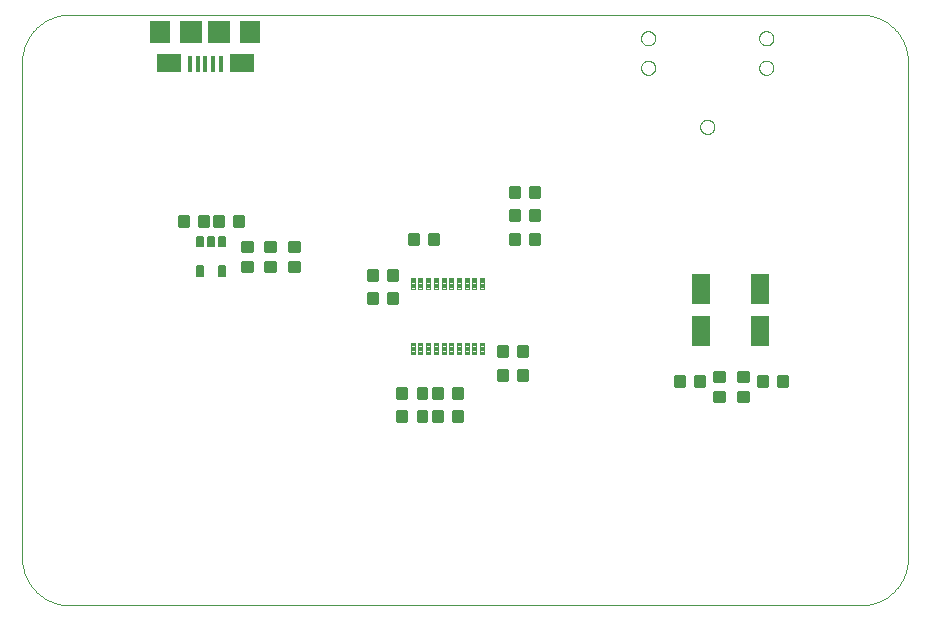
<source format=gtp>
G75*
%MOIN*%
%OFA0B0*%
%FSLAX25Y25*%
%IPPOS*%
%LPD*%
%AMOC8*
5,1,8,0,0,1.08239X$1,22.5*
%
%ADD10C,0.00000*%
%ADD11C,0.00984*%
%ADD12R,0.06299X0.10236*%
%ADD13C,0.00443*%
%ADD14C,0.00689*%
%ADD15R,0.01575X0.05315*%
%ADD16R,0.08268X0.06299*%
%ADD17R,0.07087X0.07480*%
%ADD18R,0.07480X0.07480*%
D10*
X0023458Y0024622D02*
X0023458Y0189976D01*
X0023463Y0190357D01*
X0023476Y0190737D01*
X0023499Y0191117D01*
X0023532Y0191496D01*
X0023573Y0191874D01*
X0023623Y0192251D01*
X0023683Y0192627D01*
X0023751Y0193002D01*
X0023829Y0193374D01*
X0023916Y0193745D01*
X0024011Y0194113D01*
X0024116Y0194479D01*
X0024229Y0194842D01*
X0024351Y0195203D01*
X0024481Y0195560D01*
X0024621Y0195914D01*
X0024768Y0196265D01*
X0024925Y0196612D01*
X0025089Y0196955D01*
X0025262Y0197294D01*
X0025443Y0197629D01*
X0025632Y0197960D01*
X0025829Y0198285D01*
X0026033Y0198606D01*
X0026246Y0198922D01*
X0026466Y0199232D01*
X0026693Y0199538D01*
X0026928Y0199837D01*
X0027170Y0200131D01*
X0027418Y0200419D01*
X0027674Y0200701D01*
X0027937Y0200976D01*
X0028206Y0201245D01*
X0028481Y0201508D01*
X0028763Y0201764D01*
X0029051Y0202012D01*
X0029345Y0202254D01*
X0029644Y0202489D01*
X0029950Y0202716D01*
X0030260Y0202936D01*
X0030576Y0203149D01*
X0030897Y0203353D01*
X0031222Y0203550D01*
X0031553Y0203739D01*
X0031888Y0203920D01*
X0032227Y0204093D01*
X0032570Y0204257D01*
X0032917Y0204414D01*
X0033268Y0204561D01*
X0033622Y0204701D01*
X0033979Y0204831D01*
X0034340Y0204953D01*
X0034703Y0205066D01*
X0035069Y0205171D01*
X0035437Y0205266D01*
X0035808Y0205353D01*
X0036180Y0205431D01*
X0036555Y0205499D01*
X0036931Y0205559D01*
X0037308Y0205609D01*
X0037686Y0205650D01*
X0038065Y0205683D01*
X0038445Y0205706D01*
X0038825Y0205719D01*
X0039206Y0205724D01*
X0302985Y0205724D01*
X0303366Y0205719D01*
X0303746Y0205706D01*
X0304126Y0205683D01*
X0304505Y0205650D01*
X0304883Y0205609D01*
X0305260Y0205559D01*
X0305636Y0205499D01*
X0306011Y0205431D01*
X0306383Y0205353D01*
X0306754Y0205266D01*
X0307122Y0205171D01*
X0307488Y0205066D01*
X0307851Y0204953D01*
X0308212Y0204831D01*
X0308569Y0204701D01*
X0308923Y0204561D01*
X0309274Y0204414D01*
X0309621Y0204257D01*
X0309964Y0204093D01*
X0310303Y0203920D01*
X0310638Y0203739D01*
X0310969Y0203550D01*
X0311294Y0203353D01*
X0311615Y0203149D01*
X0311931Y0202936D01*
X0312241Y0202716D01*
X0312547Y0202489D01*
X0312846Y0202254D01*
X0313140Y0202012D01*
X0313428Y0201764D01*
X0313710Y0201508D01*
X0313985Y0201245D01*
X0314254Y0200976D01*
X0314517Y0200701D01*
X0314773Y0200419D01*
X0315021Y0200131D01*
X0315263Y0199837D01*
X0315498Y0199538D01*
X0315725Y0199232D01*
X0315945Y0198922D01*
X0316158Y0198606D01*
X0316362Y0198285D01*
X0316559Y0197960D01*
X0316748Y0197629D01*
X0316929Y0197294D01*
X0317102Y0196955D01*
X0317266Y0196612D01*
X0317423Y0196265D01*
X0317570Y0195914D01*
X0317710Y0195560D01*
X0317840Y0195203D01*
X0317962Y0194842D01*
X0318075Y0194479D01*
X0318180Y0194113D01*
X0318275Y0193745D01*
X0318362Y0193374D01*
X0318440Y0193002D01*
X0318508Y0192627D01*
X0318568Y0192251D01*
X0318618Y0191874D01*
X0318659Y0191496D01*
X0318692Y0191117D01*
X0318715Y0190737D01*
X0318728Y0190357D01*
X0318733Y0189976D01*
X0318733Y0024622D01*
X0318728Y0024241D01*
X0318715Y0023861D01*
X0318692Y0023481D01*
X0318659Y0023102D01*
X0318618Y0022724D01*
X0318568Y0022347D01*
X0318508Y0021971D01*
X0318440Y0021596D01*
X0318362Y0021224D01*
X0318275Y0020853D01*
X0318180Y0020485D01*
X0318075Y0020119D01*
X0317962Y0019756D01*
X0317840Y0019395D01*
X0317710Y0019038D01*
X0317570Y0018684D01*
X0317423Y0018333D01*
X0317266Y0017986D01*
X0317102Y0017643D01*
X0316929Y0017304D01*
X0316748Y0016969D01*
X0316559Y0016638D01*
X0316362Y0016313D01*
X0316158Y0015992D01*
X0315945Y0015676D01*
X0315725Y0015366D01*
X0315498Y0015060D01*
X0315263Y0014761D01*
X0315021Y0014467D01*
X0314773Y0014179D01*
X0314517Y0013897D01*
X0314254Y0013622D01*
X0313985Y0013353D01*
X0313710Y0013090D01*
X0313428Y0012834D01*
X0313140Y0012586D01*
X0312846Y0012344D01*
X0312547Y0012109D01*
X0312241Y0011882D01*
X0311931Y0011662D01*
X0311615Y0011449D01*
X0311294Y0011245D01*
X0310969Y0011048D01*
X0310638Y0010859D01*
X0310303Y0010678D01*
X0309964Y0010505D01*
X0309621Y0010341D01*
X0309274Y0010184D01*
X0308923Y0010037D01*
X0308569Y0009897D01*
X0308212Y0009767D01*
X0307851Y0009645D01*
X0307488Y0009532D01*
X0307122Y0009427D01*
X0306754Y0009332D01*
X0306383Y0009245D01*
X0306011Y0009167D01*
X0305636Y0009099D01*
X0305260Y0009039D01*
X0304883Y0008989D01*
X0304505Y0008948D01*
X0304126Y0008915D01*
X0303746Y0008892D01*
X0303366Y0008879D01*
X0302985Y0008874D01*
X0039206Y0008874D01*
X0038825Y0008879D01*
X0038445Y0008892D01*
X0038065Y0008915D01*
X0037686Y0008948D01*
X0037308Y0008989D01*
X0036931Y0009039D01*
X0036555Y0009099D01*
X0036180Y0009167D01*
X0035808Y0009245D01*
X0035437Y0009332D01*
X0035069Y0009427D01*
X0034703Y0009532D01*
X0034340Y0009645D01*
X0033979Y0009767D01*
X0033622Y0009897D01*
X0033268Y0010037D01*
X0032917Y0010184D01*
X0032570Y0010341D01*
X0032227Y0010505D01*
X0031888Y0010678D01*
X0031553Y0010859D01*
X0031222Y0011048D01*
X0030897Y0011245D01*
X0030576Y0011449D01*
X0030260Y0011662D01*
X0029950Y0011882D01*
X0029644Y0012109D01*
X0029345Y0012344D01*
X0029051Y0012586D01*
X0028763Y0012834D01*
X0028481Y0013090D01*
X0028206Y0013353D01*
X0027937Y0013622D01*
X0027674Y0013897D01*
X0027418Y0014179D01*
X0027170Y0014467D01*
X0026928Y0014761D01*
X0026693Y0015060D01*
X0026466Y0015366D01*
X0026246Y0015676D01*
X0026033Y0015992D01*
X0025829Y0016313D01*
X0025632Y0016638D01*
X0025443Y0016969D01*
X0025262Y0017304D01*
X0025089Y0017643D01*
X0024925Y0017986D01*
X0024768Y0018333D01*
X0024621Y0018684D01*
X0024481Y0019038D01*
X0024351Y0019395D01*
X0024229Y0019756D01*
X0024116Y0020119D01*
X0024011Y0020485D01*
X0023916Y0020853D01*
X0023829Y0021224D01*
X0023751Y0021596D01*
X0023683Y0021971D01*
X0023623Y0022347D01*
X0023573Y0022724D01*
X0023532Y0023102D01*
X0023499Y0023481D01*
X0023476Y0023861D01*
X0023463Y0024241D01*
X0023458Y0024622D01*
X0249442Y0168323D02*
X0249444Y0168420D01*
X0249450Y0168517D01*
X0249460Y0168613D01*
X0249474Y0168709D01*
X0249492Y0168805D01*
X0249513Y0168899D01*
X0249539Y0168993D01*
X0249568Y0169085D01*
X0249602Y0169176D01*
X0249638Y0169266D01*
X0249679Y0169354D01*
X0249723Y0169440D01*
X0249771Y0169525D01*
X0249822Y0169607D01*
X0249876Y0169688D01*
X0249934Y0169766D01*
X0249995Y0169841D01*
X0250058Y0169914D01*
X0250125Y0169985D01*
X0250195Y0170052D01*
X0250267Y0170117D01*
X0250342Y0170178D01*
X0250420Y0170237D01*
X0250499Y0170292D01*
X0250581Y0170344D01*
X0250665Y0170392D01*
X0250751Y0170437D01*
X0250839Y0170479D01*
X0250928Y0170517D01*
X0251019Y0170551D01*
X0251111Y0170581D01*
X0251204Y0170608D01*
X0251299Y0170630D01*
X0251394Y0170649D01*
X0251490Y0170664D01*
X0251586Y0170675D01*
X0251683Y0170682D01*
X0251780Y0170685D01*
X0251877Y0170684D01*
X0251974Y0170679D01*
X0252070Y0170670D01*
X0252166Y0170657D01*
X0252262Y0170640D01*
X0252357Y0170619D01*
X0252450Y0170595D01*
X0252543Y0170566D01*
X0252635Y0170534D01*
X0252725Y0170498D01*
X0252813Y0170459D01*
X0252900Y0170415D01*
X0252985Y0170369D01*
X0253068Y0170318D01*
X0253149Y0170265D01*
X0253227Y0170208D01*
X0253304Y0170148D01*
X0253377Y0170085D01*
X0253448Y0170019D01*
X0253516Y0169950D01*
X0253582Y0169878D01*
X0253644Y0169804D01*
X0253703Y0169727D01*
X0253759Y0169648D01*
X0253812Y0169566D01*
X0253862Y0169483D01*
X0253907Y0169397D01*
X0253950Y0169310D01*
X0253989Y0169221D01*
X0254024Y0169131D01*
X0254055Y0169039D01*
X0254082Y0168946D01*
X0254106Y0168852D01*
X0254126Y0168757D01*
X0254142Y0168661D01*
X0254154Y0168565D01*
X0254162Y0168468D01*
X0254166Y0168371D01*
X0254166Y0168275D01*
X0254162Y0168178D01*
X0254154Y0168081D01*
X0254142Y0167985D01*
X0254126Y0167889D01*
X0254106Y0167794D01*
X0254082Y0167700D01*
X0254055Y0167607D01*
X0254024Y0167515D01*
X0253989Y0167425D01*
X0253950Y0167336D01*
X0253907Y0167249D01*
X0253862Y0167163D01*
X0253812Y0167080D01*
X0253759Y0166998D01*
X0253703Y0166919D01*
X0253644Y0166842D01*
X0253582Y0166768D01*
X0253516Y0166696D01*
X0253448Y0166627D01*
X0253377Y0166561D01*
X0253304Y0166498D01*
X0253227Y0166438D01*
X0253149Y0166381D01*
X0253068Y0166328D01*
X0252985Y0166277D01*
X0252900Y0166231D01*
X0252813Y0166187D01*
X0252725Y0166148D01*
X0252635Y0166112D01*
X0252543Y0166080D01*
X0252450Y0166051D01*
X0252357Y0166027D01*
X0252262Y0166006D01*
X0252166Y0165989D01*
X0252070Y0165976D01*
X0251974Y0165967D01*
X0251877Y0165962D01*
X0251780Y0165961D01*
X0251683Y0165964D01*
X0251586Y0165971D01*
X0251490Y0165982D01*
X0251394Y0165997D01*
X0251299Y0166016D01*
X0251204Y0166038D01*
X0251111Y0166065D01*
X0251019Y0166095D01*
X0250928Y0166129D01*
X0250839Y0166167D01*
X0250751Y0166209D01*
X0250665Y0166254D01*
X0250581Y0166302D01*
X0250499Y0166354D01*
X0250420Y0166409D01*
X0250342Y0166468D01*
X0250267Y0166529D01*
X0250195Y0166594D01*
X0250125Y0166661D01*
X0250058Y0166732D01*
X0249995Y0166805D01*
X0249934Y0166880D01*
X0249876Y0166958D01*
X0249822Y0167039D01*
X0249771Y0167121D01*
X0249723Y0167206D01*
X0249679Y0167292D01*
X0249638Y0167380D01*
X0249602Y0167470D01*
X0249568Y0167561D01*
X0249539Y0167653D01*
X0249513Y0167747D01*
X0249492Y0167841D01*
X0249474Y0167937D01*
X0249460Y0168033D01*
X0249450Y0168129D01*
X0249444Y0168226D01*
X0249442Y0168323D01*
X0229757Y0188008D02*
X0229759Y0188105D01*
X0229765Y0188202D01*
X0229775Y0188298D01*
X0229789Y0188394D01*
X0229807Y0188490D01*
X0229828Y0188584D01*
X0229854Y0188678D01*
X0229883Y0188770D01*
X0229917Y0188861D01*
X0229953Y0188951D01*
X0229994Y0189039D01*
X0230038Y0189125D01*
X0230086Y0189210D01*
X0230137Y0189292D01*
X0230191Y0189373D01*
X0230249Y0189451D01*
X0230310Y0189526D01*
X0230373Y0189599D01*
X0230440Y0189670D01*
X0230510Y0189737D01*
X0230582Y0189802D01*
X0230657Y0189863D01*
X0230735Y0189922D01*
X0230814Y0189977D01*
X0230896Y0190029D01*
X0230980Y0190077D01*
X0231066Y0190122D01*
X0231154Y0190164D01*
X0231243Y0190202D01*
X0231334Y0190236D01*
X0231426Y0190266D01*
X0231519Y0190293D01*
X0231614Y0190315D01*
X0231709Y0190334D01*
X0231805Y0190349D01*
X0231901Y0190360D01*
X0231998Y0190367D01*
X0232095Y0190370D01*
X0232192Y0190369D01*
X0232289Y0190364D01*
X0232385Y0190355D01*
X0232481Y0190342D01*
X0232577Y0190325D01*
X0232672Y0190304D01*
X0232765Y0190280D01*
X0232858Y0190251D01*
X0232950Y0190219D01*
X0233040Y0190183D01*
X0233128Y0190144D01*
X0233215Y0190100D01*
X0233300Y0190054D01*
X0233383Y0190003D01*
X0233464Y0189950D01*
X0233542Y0189893D01*
X0233619Y0189833D01*
X0233692Y0189770D01*
X0233763Y0189704D01*
X0233831Y0189635D01*
X0233897Y0189563D01*
X0233959Y0189489D01*
X0234018Y0189412D01*
X0234074Y0189333D01*
X0234127Y0189251D01*
X0234177Y0189168D01*
X0234222Y0189082D01*
X0234265Y0188995D01*
X0234304Y0188906D01*
X0234339Y0188816D01*
X0234370Y0188724D01*
X0234397Y0188631D01*
X0234421Y0188537D01*
X0234441Y0188442D01*
X0234457Y0188346D01*
X0234469Y0188250D01*
X0234477Y0188153D01*
X0234481Y0188056D01*
X0234481Y0187960D01*
X0234477Y0187863D01*
X0234469Y0187766D01*
X0234457Y0187670D01*
X0234441Y0187574D01*
X0234421Y0187479D01*
X0234397Y0187385D01*
X0234370Y0187292D01*
X0234339Y0187200D01*
X0234304Y0187110D01*
X0234265Y0187021D01*
X0234222Y0186934D01*
X0234177Y0186848D01*
X0234127Y0186765D01*
X0234074Y0186683D01*
X0234018Y0186604D01*
X0233959Y0186527D01*
X0233897Y0186453D01*
X0233831Y0186381D01*
X0233763Y0186312D01*
X0233692Y0186246D01*
X0233619Y0186183D01*
X0233542Y0186123D01*
X0233464Y0186066D01*
X0233383Y0186013D01*
X0233300Y0185962D01*
X0233215Y0185916D01*
X0233128Y0185872D01*
X0233040Y0185833D01*
X0232950Y0185797D01*
X0232858Y0185765D01*
X0232765Y0185736D01*
X0232672Y0185712D01*
X0232577Y0185691D01*
X0232481Y0185674D01*
X0232385Y0185661D01*
X0232289Y0185652D01*
X0232192Y0185647D01*
X0232095Y0185646D01*
X0231998Y0185649D01*
X0231901Y0185656D01*
X0231805Y0185667D01*
X0231709Y0185682D01*
X0231614Y0185701D01*
X0231519Y0185723D01*
X0231426Y0185750D01*
X0231334Y0185780D01*
X0231243Y0185814D01*
X0231154Y0185852D01*
X0231066Y0185894D01*
X0230980Y0185939D01*
X0230896Y0185987D01*
X0230814Y0186039D01*
X0230735Y0186094D01*
X0230657Y0186153D01*
X0230582Y0186214D01*
X0230510Y0186279D01*
X0230440Y0186346D01*
X0230373Y0186417D01*
X0230310Y0186490D01*
X0230249Y0186565D01*
X0230191Y0186643D01*
X0230137Y0186724D01*
X0230086Y0186806D01*
X0230038Y0186891D01*
X0229994Y0186977D01*
X0229953Y0187065D01*
X0229917Y0187155D01*
X0229883Y0187246D01*
X0229854Y0187338D01*
X0229828Y0187432D01*
X0229807Y0187526D01*
X0229789Y0187622D01*
X0229775Y0187718D01*
X0229765Y0187814D01*
X0229759Y0187911D01*
X0229757Y0188008D01*
X0229757Y0197850D02*
X0229759Y0197947D01*
X0229765Y0198044D01*
X0229775Y0198140D01*
X0229789Y0198236D01*
X0229807Y0198332D01*
X0229828Y0198426D01*
X0229854Y0198520D01*
X0229883Y0198612D01*
X0229917Y0198703D01*
X0229953Y0198793D01*
X0229994Y0198881D01*
X0230038Y0198967D01*
X0230086Y0199052D01*
X0230137Y0199134D01*
X0230191Y0199215D01*
X0230249Y0199293D01*
X0230310Y0199368D01*
X0230373Y0199441D01*
X0230440Y0199512D01*
X0230510Y0199579D01*
X0230582Y0199644D01*
X0230657Y0199705D01*
X0230735Y0199764D01*
X0230814Y0199819D01*
X0230896Y0199871D01*
X0230980Y0199919D01*
X0231066Y0199964D01*
X0231154Y0200006D01*
X0231243Y0200044D01*
X0231334Y0200078D01*
X0231426Y0200108D01*
X0231519Y0200135D01*
X0231614Y0200157D01*
X0231709Y0200176D01*
X0231805Y0200191D01*
X0231901Y0200202D01*
X0231998Y0200209D01*
X0232095Y0200212D01*
X0232192Y0200211D01*
X0232289Y0200206D01*
X0232385Y0200197D01*
X0232481Y0200184D01*
X0232577Y0200167D01*
X0232672Y0200146D01*
X0232765Y0200122D01*
X0232858Y0200093D01*
X0232950Y0200061D01*
X0233040Y0200025D01*
X0233128Y0199986D01*
X0233215Y0199942D01*
X0233300Y0199896D01*
X0233383Y0199845D01*
X0233464Y0199792D01*
X0233542Y0199735D01*
X0233619Y0199675D01*
X0233692Y0199612D01*
X0233763Y0199546D01*
X0233831Y0199477D01*
X0233897Y0199405D01*
X0233959Y0199331D01*
X0234018Y0199254D01*
X0234074Y0199175D01*
X0234127Y0199093D01*
X0234177Y0199010D01*
X0234222Y0198924D01*
X0234265Y0198837D01*
X0234304Y0198748D01*
X0234339Y0198658D01*
X0234370Y0198566D01*
X0234397Y0198473D01*
X0234421Y0198379D01*
X0234441Y0198284D01*
X0234457Y0198188D01*
X0234469Y0198092D01*
X0234477Y0197995D01*
X0234481Y0197898D01*
X0234481Y0197802D01*
X0234477Y0197705D01*
X0234469Y0197608D01*
X0234457Y0197512D01*
X0234441Y0197416D01*
X0234421Y0197321D01*
X0234397Y0197227D01*
X0234370Y0197134D01*
X0234339Y0197042D01*
X0234304Y0196952D01*
X0234265Y0196863D01*
X0234222Y0196776D01*
X0234177Y0196690D01*
X0234127Y0196607D01*
X0234074Y0196525D01*
X0234018Y0196446D01*
X0233959Y0196369D01*
X0233897Y0196295D01*
X0233831Y0196223D01*
X0233763Y0196154D01*
X0233692Y0196088D01*
X0233619Y0196025D01*
X0233542Y0195965D01*
X0233464Y0195908D01*
X0233383Y0195855D01*
X0233300Y0195804D01*
X0233215Y0195758D01*
X0233128Y0195714D01*
X0233040Y0195675D01*
X0232950Y0195639D01*
X0232858Y0195607D01*
X0232765Y0195578D01*
X0232672Y0195554D01*
X0232577Y0195533D01*
X0232481Y0195516D01*
X0232385Y0195503D01*
X0232289Y0195494D01*
X0232192Y0195489D01*
X0232095Y0195488D01*
X0231998Y0195491D01*
X0231901Y0195498D01*
X0231805Y0195509D01*
X0231709Y0195524D01*
X0231614Y0195543D01*
X0231519Y0195565D01*
X0231426Y0195592D01*
X0231334Y0195622D01*
X0231243Y0195656D01*
X0231154Y0195694D01*
X0231066Y0195736D01*
X0230980Y0195781D01*
X0230896Y0195829D01*
X0230814Y0195881D01*
X0230735Y0195936D01*
X0230657Y0195995D01*
X0230582Y0196056D01*
X0230510Y0196121D01*
X0230440Y0196188D01*
X0230373Y0196259D01*
X0230310Y0196332D01*
X0230249Y0196407D01*
X0230191Y0196485D01*
X0230137Y0196566D01*
X0230086Y0196648D01*
X0230038Y0196733D01*
X0229994Y0196819D01*
X0229953Y0196907D01*
X0229917Y0196997D01*
X0229883Y0197088D01*
X0229854Y0197180D01*
X0229828Y0197274D01*
X0229807Y0197368D01*
X0229789Y0197464D01*
X0229775Y0197560D01*
X0229765Y0197656D01*
X0229759Y0197753D01*
X0229757Y0197850D01*
X0269127Y0197850D02*
X0269129Y0197947D01*
X0269135Y0198044D01*
X0269145Y0198140D01*
X0269159Y0198236D01*
X0269177Y0198332D01*
X0269198Y0198426D01*
X0269224Y0198520D01*
X0269253Y0198612D01*
X0269287Y0198703D01*
X0269323Y0198793D01*
X0269364Y0198881D01*
X0269408Y0198967D01*
X0269456Y0199052D01*
X0269507Y0199134D01*
X0269561Y0199215D01*
X0269619Y0199293D01*
X0269680Y0199368D01*
X0269743Y0199441D01*
X0269810Y0199512D01*
X0269880Y0199579D01*
X0269952Y0199644D01*
X0270027Y0199705D01*
X0270105Y0199764D01*
X0270184Y0199819D01*
X0270266Y0199871D01*
X0270350Y0199919D01*
X0270436Y0199964D01*
X0270524Y0200006D01*
X0270613Y0200044D01*
X0270704Y0200078D01*
X0270796Y0200108D01*
X0270889Y0200135D01*
X0270984Y0200157D01*
X0271079Y0200176D01*
X0271175Y0200191D01*
X0271271Y0200202D01*
X0271368Y0200209D01*
X0271465Y0200212D01*
X0271562Y0200211D01*
X0271659Y0200206D01*
X0271755Y0200197D01*
X0271851Y0200184D01*
X0271947Y0200167D01*
X0272042Y0200146D01*
X0272135Y0200122D01*
X0272228Y0200093D01*
X0272320Y0200061D01*
X0272410Y0200025D01*
X0272498Y0199986D01*
X0272585Y0199942D01*
X0272670Y0199896D01*
X0272753Y0199845D01*
X0272834Y0199792D01*
X0272912Y0199735D01*
X0272989Y0199675D01*
X0273062Y0199612D01*
X0273133Y0199546D01*
X0273201Y0199477D01*
X0273267Y0199405D01*
X0273329Y0199331D01*
X0273388Y0199254D01*
X0273444Y0199175D01*
X0273497Y0199093D01*
X0273547Y0199010D01*
X0273592Y0198924D01*
X0273635Y0198837D01*
X0273674Y0198748D01*
X0273709Y0198658D01*
X0273740Y0198566D01*
X0273767Y0198473D01*
X0273791Y0198379D01*
X0273811Y0198284D01*
X0273827Y0198188D01*
X0273839Y0198092D01*
X0273847Y0197995D01*
X0273851Y0197898D01*
X0273851Y0197802D01*
X0273847Y0197705D01*
X0273839Y0197608D01*
X0273827Y0197512D01*
X0273811Y0197416D01*
X0273791Y0197321D01*
X0273767Y0197227D01*
X0273740Y0197134D01*
X0273709Y0197042D01*
X0273674Y0196952D01*
X0273635Y0196863D01*
X0273592Y0196776D01*
X0273547Y0196690D01*
X0273497Y0196607D01*
X0273444Y0196525D01*
X0273388Y0196446D01*
X0273329Y0196369D01*
X0273267Y0196295D01*
X0273201Y0196223D01*
X0273133Y0196154D01*
X0273062Y0196088D01*
X0272989Y0196025D01*
X0272912Y0195965D01*
X0272834Y0195908D01*
X0272753Y0195855D01*
X0272670Y0195804D01*
X0272585Y0195758D01*
X0272498Y0195714D01*
X0272410Y0195675D01*
X0272320Y0195639D01*
X0272228Y0195607D01*
X0272135Y0195578D01*
X0272042Y0195554D01*
X0271947Y0195533D01*
X0271851Y0195516D01*
X0271755Y0195503D01*
X0271659Y0195494D01*
X0271562Y0195489D01*
X0271465Y0195488D01*
X0271368Y0195491D01*
X0271271Y0195498D01*
X0271175Y0195509D01*
X0271079Y0195524D01*
X0270984Y0195543D01*
X0270889Y0195565D01*
X0270796Y0195592D01*
X0270704Y0195622D01*
X0270613Y0195656D01*
X0270524Y0195694D01*
X0270436Y0195736D01*
X0270350Y0195781D01*
X0270266Y0195829D01*
X0270184Y0195881D01*
X0270105Y0195936D01*
X0270027Y0195995D01*
X0269952Y0196056D01*
X0269880Y0196121D01*
X0269810Y0196188D01*
X0269743Y0196259D01*
X0269680Y0196332D01*
X0269619Y0196407D01*
X0269561Y0196485D01*
X0269507Y0196566D01*
X0269456Y0196648D01*
X0269408Y0196733D01*
X0269364Y0196819D01*
X0269323Y0196907D01*
X0269287Y0196997D01*
X0269253Y0197088D01*
X0269224Y0197180D01*
X0269198Y0197274D01*
X0269177Y0197368D01*
X0269159Y0197464D01*
X0269145Y0197560D01*
X0269135Y0197656D01*
X0269129Y0197753D01*
X0269127Y0197850D01*
X0269127Y0188008D02*
X0269129Y0188105D01*
X0269135Y0188202D01*
X0269145Y0188298D01*
X0269159Y0188394D01*
X0269177Y0188490D01*
X0269198Y0188584D01*
X0269224Y0188678D01*
X0269253Y0188770D01*
X0269287Y0188861D01*
X0269323Y0188951D01*
X0269364Y0189039D01*
X0269408Y0189125D01*
X0269456Y0189210D01*
X0269507Y0189292D01*
X0269561Y0189373D01*
X0269619Y0189451D01*
X0269680Y0189526D01*
X0269743Y0189599D01*
X0269810Y0189670D01*
X0269880Y0189737D01*
X0269952Y0189802D01*
X0270027Y0189863D01*
X0270105Y0189922D01*
X0270184Y0189977D01*
X0270266Y0190029D01*
X0270350Y0190077D01*
X0270436Y0190122D01*
X0270524Y0190164D01*
X0270613Y0190202D01*
X0270704Y0190236D01*
X0270796Y0190266D01*
X0270889Y0190293D01*
X0270984Y0190315D01*
X0271079Y0190334D01*
X0271175Y0190349D01*
X0271271Y0190360D01*
X0271368Y0190367D01*
X0271465Y0190370D01*
X0271562Y0190369D01*
X0271659Y0190364D01*
X0271755Y0190355D01*
X0271851Y0190342D01*
X0271947Y0190325D01*
X0272042Y0190304D01*
X0272135Y0190280D01*
X0272228Y0190251D01*
X0272320Y0190219D01*
X0272410Y0190183D01*
X0272498Y0190144D01*
X0272585Y0190100D01*
X0272670Y0190054D01*
X0272753Y0190003D01*
X0272834Y0189950D01*
X0272912Y0189893D01*
X0272989Y0189833D01*
X0273062Y0189770D01*
X0273133Y0189704D01*
X0273201Y0189635D01*
X0273267Y0189563D01*
X0273329Y0189489D01*
X0273388Y0189412D01*
X0273444Y0189333D01*
X0273497Y0189251D01*
X0273547Y0189168D01*
X0273592Y0189082D01*
X0273635Y0188995D01*
X0273674Y0188906D01*
X0273709Y0188816D01*
X0273740Y0188724D01*
X0273767Y0188631D01*
X0273791Y0188537D01*
X0273811Y0188442D01*
X0273827Y0188346D01*
X0273839Y0188250D01*
X0273847Y0188153D01*
X0273851Y0188056D01*
X0273851Y0187960D01*
X0273847Y0187863D01*
X0273839Y0187766D01*
X0273827Y0187670D01*
X0273811Y0187574D01*
X0273791Y0187479D01*
X0273767Y0187385D01*
X0273740Y0187292D01*
X0273709Y0187200D01*
X0273674Y0187110D01*
X0273635Y0187021D01*
X0273592Y0186934D01*
X0273547Y0186848D01*
X0273497Y0186765D01*
X0273444Y0186683D01*
X0273388Y0186604D01*
X0273329Y0186527D01*
X0273267Y0186453D01*
X0273201Y0186381D01*
X0273133Y0186312D01*
X0273062Y0186246D01*
X0272989Y0186183D01*
X0272912Y0186123D01*
X0272834Y0186066D01*
X0272753Y0186013D01*
X0272670Y0185962D01*
X0272585Y0185916D01*
X0272498Y0185872D01*
X0272410Y0185833D01*
X0272320Y0185797D01*
X0272228Y0185765D01*
X0272135Y0185736D01*
X0272042Y0185712D01*
X0271947Y0185691D01*
X0271851Y0185674D01*
X0271755Y0185661D01*
X0271659Y0185652D01*
X0271562Y0185647D01*
X0271465Y0185646D01*
X0271368Y0185649D01*
X0271271Y0185656D01*
X0271175Y0185667D01*
X0271079Y0185682D01*
X0270984Y0185701D01*
X0270889Y0185723D01*
X0270796Y0185750D01*
X0270704Y0185780D01*
X0270613Y0185814D01*
X0270524Y0185852D01*
X0270436Y0185894D01*
X0270350Y0185939D01*
X0270266Y0185987D01*
X0270184Y0186039D01*
X0270105Y0186094D01*
X0270027Y0186153D01*
X0269952Y0186214D01*
X0269880Y0186279D01*
X0269810Y0186346D01*
X0269743Y0186417D01*
X0269680Y0186490D01*
X0269619Y0186565D01*
X0269561Y0186643D01*
X0269507Y0186724D01*
X0269456Y0186806D01*
X0269408Y0186891D01*
X0269364Y0186977D01*
X0269323Y0187065D01*
X0269287Y0187155D01*
X0269253Y0187246D01*
X0269224Y0187338D01*
X0269198Y0187432D01*
X0269177Y0187526D01*
X0269159Y0187622D01*
X0269145Y0187718D01*
X0269135Y0187814D01*
X0269129Y0187911D01*
X0269127Y0188008D01*
D11*
X0195603Y0148342D02*
X0192651Y0148342D01*
X0195603Y0148342D02*
X0195603Y0144996D01*
X0192651Y0144996D01*
X0192651Y0148342D01*
X0192651Y0145931D02*
X0195603Y0145931D01*
X0195603Y0146866D02*
X0192651Y0146866D01*
X0192651Y0147801D02*
X0195603Y0147801D01*
X0188910Y0148342D02*
X0185958Y0148342D01*
X0188910Y0148342D02*
X0188910Y0144996D01*
X0185958Y0144996D01*
X0185958Y0148342D01*
X0185958Y0145931D02*
X0188910Y0145931D01*
X0188910Y0146866D02*
X0185958Y0146866D01*
X0185958Y0147801D02*
X0188910Y0147801D01*
X0188910Y0140468D02*
X0185958Y0140468D01*
X0188910Y0140468D02*
X0188910Y0137122D01*
X0185958Y0137122D01*
X0185958Y0140468D01*
X0185958Y0138057D02*
X0188910Y0138057D01*
X0188910Y0138992D02*
X0185958Y0138992D01*
X0185958Y0139927D02*
X0188910Y0139927D01*
X0192651Y0140468D02*
X0195603Y0140468D01*
X0195603Y0137122D01*
X0192651Y0137122D01*
X0192651Y0140468D01*
X0192651Y0138057D02*
X0195603Y0138057D01*
X0195603Y0138992D02*
X0192651Y0138992D01*
X0192651Y0139927D02*
X0195603Y0139927D01*
X0195603Y0132594D02*
X0192651Y0132594D01*
X0195603Y0132594D02*
X0195603Y0129248D01*
X0192651Y0129248D01*
X0192651Y0132594D01*
X0192651Y0130183D02*
X0195603Y0130183D01*
X0195603Y0131118D02*
X0192651Y0131118D01*
X0192651Y0132053D02*
X0195603Y0132053D01*
X0188910Y0132594D02*
X0185958Y0132594D01*
X0188910Y0132594D02*
X0188910Y0129248D01*
X0185958Y0129248D01*
X0185958Y0132594D01*
X0185958Y0130183D02*
X0188910Y0130183D01*
X0188910Y0131118D02*
X0185958Y0131118D01*
X0185958Y0132053D02*
X0188910Y0132053D01*
X0162139Y0132594D02*
X0159187Y0132594D01*
X0162139Y0132594D02*
X0162139Y0129248D01*
X0159187Y0129248D01*
X0159187Y0132594D01*
X0159187Y0130183D02*
X0162139Y0130183D01*
X0162139Y0131118D02*
X0159187Y0131118D01*
X0159187Y0132053D02*
X0162139Y0132053D01*
X0155446Y0132594D02*
X0152494Y0132594D01*
X0155446Y0132594D02*
X0155446Y0129248D01*
X0152494Y0129248D01*
X0152494Y0132594D01*
X0152494Y0130183D02*
X0155446Y0130183D01*
X0155446Y0131118D02*
X0152494Y0131118D01*
X0152494Y0132053D02*
X0155446Y0132053D01*
X0148359Y0120783D02*
X0145407Y0120783D01*
X0148359Y0120783D02*
X0148359Y0117437D01*
X0145407Y0117437D01*
X0145407Y0120783D01*
X0145407Y0118372D02*
X0148359Y0118372D01*
X0148359Y0119307D02*
X0145407Y0119307D01*
X0145407Y0120242D02*
X0148359Y0120242D01*
X0141666Y0120783D02*
X0138714Y0120783D01*
X0141666Y0120783D02*
X0141666Y0117437D01*
X0138714Y0117437D01*
X0138714Y0120783D01*
X0138714Y0118372D02*
X0141666Y0118372D01*
X0141666Y0119307D02*
X0138714Y0119307D01*
X0138714Y0120242D02*
X0141666Y0120242D01*
X0141666Y0112909D02*
X0138714Y0112909D01*
X0141666Y0112909D02*
X0141666Y0109563D01*
X0138714Y0109563D01*
X0138714Y0112909D01*
X0138714Y0110498D02*
X0141666Y0110498D01*
X0141666Y0111433D02*
X0138714Y0111433D01*
X0138714Y0112368D02*
X0141666Y0112368D01*
X0145407Y0112909D02*
X0148359Y0112909D01*
X0148359Y0109563D01*
X0145407Y0109563D01*
X0145407Y0112909D01*
X0145407Y0110498D02*
X0148359Y0110498D01*
X0148359Y0111433D02*
X0145407Y0111433D01*
X0145407Y0112368D02*
X0148359Y0112368D01*
X0115682Y0120193D02*
X0115682Y0123145D01*
X0115682Y0120193D02*
X0112336Y0120193D01*
X0112336Y0123145D01*
X0115682Y0123145D01*
X0115682Y0121128D02*
X0112336Y0121128D01*
X0112336Y0122063D02*
X0115682Y0122063D01*
X0115682Y0122998D02*
X0112336Y0122998D01*
X0115682Y0126886D02*
X0115682Y0129838D01*
X0115682Y0126886D02*
X0112336Y0126886D01*
X0112336Y0129838D01*
X0115682Y0129838D01*
X0115682Y0127821D02*
X0112336Y0127821D01*
X0112336Y0128756D02*
X0115682Y0128756D01*
X0115682Y0129691D02*
X0112336Y0129691D01*
X0107808Y0129838D02*
X0107808Y0126886D01*
X0104462Y0126886D01*
X0104462Y0129838D01*
X0107808Y0129838D01*
X0107808Y0127821D02*
X0104462Y0127821D01*
X0104462Y0128756D02*
X0107808Y0128756D01*
X0107808Y0129691D02*
X0104462Y0129691D01*
X0099934Y0129838D02*
X0099934Y0126886D01*
X0096588Y0126886D01*
X0096588Y0129838D01*
X0099934Y0129838D01*
X0099934Y0127821D02*
X0096588Y0127821D01*
X0096588Y0128756D02*
X0099934Y0128756D01*
X0099934Y0129691D02*
X0096588Y0129691D01*
X0097178Y0135154D02*
X0094226Y0135154D01*
X0094226Y0138500D01*
X0097178Y0138500D01*
X0097178Y0135154D01*
X0097178Y0136089D02*
X0094226Y0136089D01*
X0094226Y0137024D02*
X0097178Y0137024D01*
X0097178Y0137959D02*
X0094226Y0137959D01*
X0090485Y0135154D02*
X0087533Y0135154D01*
X0087533Y0138500D01*
X0090485Y0138500D01*
X0090485Y0135154D01*
X0090485Y0136089D02*
X0087533Y0136089D01*
X0087533Y0137024D02*
X0090485Y0137024D01*
X0090485Y0137959D02*
X0087533Y0137959D01*
X0085367Y0135154D02*
X0082415Y0135154D01*
X0082415Y0138500D01*
X0085367Y0138500D01*
X0085367Y0135154D01*
X0085367Y0136089D02*
X0082415Y0136089D01*
X0082415Y0137024D02*
X0085367Y0137024D01*
X0085367Y0137959D02*
X0082415Y0137959D01*
X0078674Y0135154D02*
X0075722Y0135154D01*
X0075722Y0138500D01*
X0078674Y0138500D01*
X0078674Y0135154D01*
X0078674Y0136089D02*
X0075722Y0136089D01*
X0075722Y0137024D02*
X0078674Y0137024D01*
X0078674Y0137959D02*
X0075722Y0137959D01*
X0099934Y0123145D02*
X0099934Y0120193D01*
X0096588Y0120193D01*
X0096588Y0123145D01*
X0099934Y0123145D01*
X0099934Y0121128D02*
X0096588Y0121128D01*
X0096588Y0122063D02*
X0099934Y0122063D01*
X0099934Y0122998D02*
X0096588Y0122998D01*
X0107808Y0123145D02*
X0107808Y0120193D01*
X0104462Y0120193D01*
X0104462Y0123145D01*
X0107808Y0123145D01*
X0107808Y0121128D02*
X0104462Y0121128D01*
X0104462Y0122063D02*
X0107808Y0122063D01*
X0107808Y0122998D02*
X0104462Y0122998D01*
X0148557Y0078067D02*
X0151509Y0078067D01*
X0148557Y0078067D02*
X0148557Y0081413D01*
X0151509Y0081413D01*
X0151509Y0078067D01*
X0151509Y0079002D02*
X0148557Y0079002D01*
X0148557Y0079937D02*
X0151509Y0079937D01*
X0151509Y0080872D02*
X0148557Y0080872D01*
X0155250Y0078067D02*
X0158202Y0078067D01*
X0155250Y0078067D02*
X0155250Y0081413D01*
X0158202Y0081413D01*
X0158202Y0078067D01*
X0158202Y0079002D02*
X0155250Y0079002D01*
X0155250Y0079937D02*
X0158202Y0079937D01*
X0158202Y0080872D02*
X0155250Y0080872D01*
X0160368Y0081413D02*
X0163320Y0081413D01*
X0163320Y0078067D01*
X0160368Y0078067D01*
X0160368Y0081413D01*
X0160368Y0079002D02*
X0163320Y0079002D01*
X0163320Y0079937D02*
X0160368Y0079937D01*
X0160368Y0080872D02*
X0163320Y0080872D01*
X0167061Y0081413D02*
X0170013Y0081413D01*
X0170013Y0078067D01*
X0167061Y0078067D01*
X0167061Y0081413D01*
X0167061Y0079002D02*
X0170013Y0079002D01*
X0170013Y0079937D02*
X0167061Y0079937D01*
X0167061Y0080872D02*
X0170013Y0080872D01*
X0170013Y0070193D02*
X0167061Y0070193D01*
X0167061Y0073539D01*
X0170013Y0073539D01*
X0170013Y0070193D01*
X0170013Y0071128D02*
X0167061Y0071128D01*
X0167061Y0072063D02*
X0170013Y0072063D01*
X0170013Y0072998D02*
X0167061Y0072998D01*
X0163320Y0070193D02*
X0160368Y0070193D01*
X0160368Y0073539D01*
X0163320Y0073539D01*
X0163320Y0070193D01*
X0163320Y0071128D02*
X0160368Y0071128D01*
X0160368Y0072063D02*
X0163320Y0072063D01*
X0163320Y0072998D02*
X0160368Y0072998D01*
X0158202Y0070193D02*
X0155250Y0070193D01*
X0155250Y0073539D01*
X0158202Y0073539D01*
X0158202Y0070193D01*
X0158202Y0071128D02*
X0155250Y0071128D01*
X0155250Y0072063D02*
X0158202Y0072063D01*
X0158202Y0072998D02*
X0155250Y0072998D01*
X0151509Y0070193D02*
X0148557Y0070193D01*
X0148557Y0073539D01*
X0151509Y0073539D01*
X0151509Y0070193D01*
X0151509Y0071128D02*
X0148557Y0071128D01*
X0148557Y0072063D02*
X0151509Y0072063D01*
X0151509Y0072998D02*
X0148557Y0072998D01*
X0182021Y0083973D02*
X0184973Y0083973D01*
X0182021Y0083973D02*
X0182021Y0087319D01*
X0184973Y0087319D01*
X0184973Y0083973D01*
X0184973Y0084908D02*
X0182021Y0084908D01*
X0182021Y0085843D02*
X0184973Y0085843D01*
X0184973Y0086778D02*
X0182021Y0086778D01*
X0182021Y0091847D02*
X0184973Y0091847D01*
X0182021Y0091847D02*
X0182021Y0095193D01*
X0184973Y0095193D01*
X0184973Y0091847D01*
X0184973Y0092782D02*
X0182021Y0092782D01*
X0182021Y0093717D02*
X0184973Y0093717D01*
X0184973Y0094652D02*
X0182021Y0094652D01*
X0188714Y0091847D02*
X0191666Y0091847D01*
X0188714Y0091847D02*
X0188714Y0095193D01*
X0191666Y0095193D01*
X0191666Y0091847D01*
X0191666Y0092782D02*
X0188714Y0092782D01*
X0188714Y0093717D02*
X0191666Y0093717D01*
X0191666Y0094652D02*
X0188714Y0094652D01*
X0188714Y0083973D02*
X0191666Y0083973D01*
X0188714Y0083973D02*
X0188714Y0087319D01*
X0191666Y0087319D01*
X0191666Y0083973D01*
X0191666Y0084908D02*
X0188714Y0084908D01*
X0188714Y0085843D02*
X0191666Y0085843D01*
X0191666Y0086778D02*
X0188714Y0086778D01*
X0241076Y0082004D02*
X0244028Y0082004D01*
X0241076Y0082004D02*
X0241076Y0085350D01*
X0244028Y0085350D01*
X0244028Y0082004D01*
X0244028Y0082939D02*
X0241076Y0082939D01*
X0241076Y0083874D02*
X0244028Y0083874D01*
X0244028Y0084809D02*
X0241076Y0084809D01*
X0247769Y0082004D02*
X0250721Y0082004D01*
X0247769Y0082004D02*
X0247769Y0085350D01*
X0250721Y0085350D01*
X0250721Y0082004D01*
X0250721Y0082939D02*
X0247769Y0082939D01*
X0247769Y0083874D02*
X0250721Y0083874D01*
X0250721Y0084809D02*
X0247769Y0084809D01*
X0254068Y0083579D02*
X0254068Y0086531D01*
X0257414Y0086531D01*
X0257414Y0083579D01*
X0254068Y0083579D01*
X0254068Y0084514D02*
X0257414Y0084514D01*
X0257414Y0085449D02*
X0254068Y0085449D01*
X0254068Y0086384D02*
X0257414Y0086384D01*
X0261942Y0086531D02*
X0261942Y0083579D01*
X0261942Y0086531D02*
X0265288Y0086531D01*
X0265288Y0083579D01*
X0261942Y0083579D01*
X0261942Y0084514D02*
X0265288Y0084514D01*
X0265288Y0085449D02*
X0261942Y0085449D01*
X0261942Y0086384D02*
X0265288Y0086384D01*
X0268635Y0085350D02*
X0271587Y0085350D01*
X0271587Y0082004D01*
X0268635Y0082004D01*
X0268635Y0085350D01*
X0268635Y0082939D02*
X0271587Y0082939D01*
X0271587Y0083874D02*
X0268635Y0083874D01*
X0268635Y0084809D02*
X0271587Y0084809D01*
X0275328Y0085350D02*
X0278280Y0085350D01*
X0278280Y0082004D01*
X0275328Y0082004D01*
X0275328Y0085350D01*
X0275328Y0082939D02*
X0278280Y0082939D01*
X0278280Y0083874D02*
X0275328Y0083874D01*
X0275328Y0084809D02*
X0278280Y0084809D01*
X0261942Y0079838D02*
X0261942Y0076886D01*
X0261942Y0079838D02*
X0265288Y0079838D01*
X0265288Y0076886D01*
X0261942Y0076886D01*
X0261942Y0077821D02*
X0265288Y0077821D01*
X0265288Y0078756D02*
X0261942Y0078756D01*
X0261942Y0079691D02*
X0265288Y0079691D01*
X0254068Y0079838D02*
X0254068Y0076886D01*
X0254068Y0079838D02*
X0257414Y0079838D01*
X0257414Y0076886D01*
X0254068Y0076886D01*
X0254068Y0077821D02*
X0257414Y0077821D01*
X0257414Y0078756D02*
X0254068Y0078756D01*
X0254068Y0079691D02*
X0257414Y0079691D01*
D12*
X0249836Y0100213D03*
X0269521Y0100213D03*
X0269521Y0114386D03*
X0249836Y0114386D03*
D13*
X0177371Y0114410D02*
X0176041Y0114410D01*
X0176041Y0118102D01*
X0177371Y0118102D01*
X0177371Y0114410D01*
X0177371Y0114831D02*
X0176041Y0114831D01*
X0176041Y0115252D02*
X0177371Y0115252D01*
X0177371Y0115673D02*
X0176041Y0115673D01*
X0176041Y0116094D02*
X0177371Y0116094D01*
X0177371Y0116515D02*
X0176041Y0116515D01*
X0176041Y0116936D02*
X0177371Y0116936D01*
X0177371Y0117357D02*
X0176041Y0117357D01*
X0176041Y0117778D02*
X0177371Y0117778D01*
X0174812Y0114410D02*
X0173482Y0114410D01*
X0173482Y0118102D01*
X0174812Y0118102D01*
X0174812Y0114410D01*
X0174812Y0114831D02*
X0173482Y0114831D01*
X0173482Y0115252D02*
X0174812Y0115252D01*
X0174812Y0115673D02*
X0173482Y0115673D01*
X0173482Y0116094D02*
X0174812Y0116094D01*
X0174812Y0116515D02*
X0173482Y0116515D01*
X0173482Y0116936D02*
X0174812Y0116936D01*
X0174812Y0117357D02*
X0173482Y0117357D01*
X0173482Y0117778D02*
X0174812Y0117778D01*
X0172253Y0114410D02*
X0170923Y0114410D01*
X0170923Y0118102D01*
X0172253Y0118102D01*
X0172253Y0114410D01*
X0172253Y0114831D02*
X0170923Y0114831D01*
X0170923Y0115252D02*
X0172253Y0115252D01*
X0172253Y0115673D02*
X0170923Y0115673D01*
X0170923Y0116094D02*
X0172253Y0116094D01*
X0172253Y0116515D02*
X0170923Y0116515D01*
X0170923Y0116936D02*
X0172253Y0116936D01*
X0172253Y0117357D02*
X0170923Y0117357D01*
X0170923Y0117778D02*
X0172253Y0117778D01*
X0169694Y0114410D02*
X0168364Y0114410D01*
X0168364Y0118102D01*
X0169694Y0118102D01*
X0169694Y0114410D01*
X0169694Y0114831D02*
X0168364Y0114831D01*
X0168364Y0115252D02*
X0169694Y0115252D01*
X0169694Y0115673D02*
X0168364Y0115673D01*
X0168364Y0116094D02*
X0169694Y0116094D01*
X0169694Y0116515D02*
X0168364Y0116515D01*
X0168364Y0116936D02*
X0169694Y0116936D01*
X0169694Y0117357D02*
X0168364Y0117357D01*
X0168364Y0117778D02*
X0169694Y0117778D01*
X0167135Y0114410D02*
X0165805Y0114410D01*
X0165805Y0118102D01*
X0167135Y0118102D01*
X0167135Y0114410D01*
X0167135Y0114831D02*
X0165805Y0114831D01*
X0165805Y0115252D02*
X0167135Y0115252D01*
X0167135Y0115673D02*
X0165805Y0115673D01*
X0165805Y0116094D02*
X0167135Y0116094D01*
X0167135Y0116515D02*
X0165805Y0116515D01*
X0165805Y0116936D02*
X0167135Y0116936D01*
X0167135Y0117357D02*
X0165805Y0117357D01*
X0165805Y0117778D02*
X0167135Y0117778D01*
X0164576Y0114410D02*
X0163246Y0114410D01*
X0163246Y0118102D01*
X0164576Y0118102D01*
X0164576Y0114410D01*
X0164576Y0114831D02*
X0163246Y0114831D01*
X0163246Y0115252D02*
X0164576Y0115252D01*
X0164576Y0115673D02*
X0163246Y0115673D01*
X0163246Y0116094D02*
X0164576Y0116094D01*
X0164576Y0116515D02*
X0163246Y0116515D01*
X0163246Y0116936D02*
X0164576Y0116936D01*
X0164576Y0117357D02*
X0163246Y0117357D01*
X0163246Y0117778D02*
X0164576Y0117778D01*
X0162016Y0114410D02*
X0160686Y0114410D01*
X0160686Y0118102D01*
X0162016Y0118102D01*
X0162016Y0114410D01*
X0162016Y0114831D02*
X0160686Y0114831D01*
X0160686Y0115252D02*
X0162016Y0115252D01*
X0162016Y0115673D02*
X0160686Y0115673D01*
X0160686Y0116094D02*
X0162016Y0116094D01*
X0162016Y0116515D02*
X0160686Y0116515D01*
X0160686Y0116936D02*
X0162016Y0116936D01*
X0162016Y0117357D02*
X0160686Y0117357D01*
X0160686Y0117778D02*
X0162016Y0117778D01*
X0159457Y0114410D02*
X0158127Y0114410D01*
X0158127Y0118102D01*
X0159457Y0118102D01*
X0159457Y0114410D01*
X0159457Y0114831D02*
X0158127Y0114831D01*
X0158127Y0115252D02*
X0159457Y0115252D01*
X0159457Y0115673D02*
X0158127Y0115673D01*
X0158127Y0116094D02*
X0159457Y0116094D01*
X0159457Y0116515D02*
X0158127Y0116515D01*
X0158127Y0116936D02*
X0159457Y0116936D01*
X0159457Y0117357D02*
X0158127Y0117357D01*
X0158127Y0117778D02*
X0159457Y0117778D01*
X0156898Y0114410D02*
X0155568Y0114410D01*
X0155568Y0118102D01*
X0156898Y0118102D01*
X0156898Y0114410D01*
X0156898Y0114831D02*
X0155568Y0114831D01*
X0155568Y0115252D02*
X0156898Y0115252D01*
X0156898Y0115673D02*
X0155568Y0115673D01*
X0155568Y0116094D02*
X0156898Y0116094D01*
X0156898Y0116515D02*
X0155568Y0116515D01*
X0155568Y0116936D02*
X0156898Y0116936D01*
X0156898Y0117357D02*
X0155568Y0117357D01*
X0155568Y0117778D02*
X0156898Y0117778D01*
X0154339Y0114410D02*
X0153009Y0114410D01*
X0153009Y0118102D01*
X0154339Y0118102D01*
X0154339Y0114410D01*
X0154339Y0114831D02*
X0153009Y0114831D01*
X0153009Y0115252D02*
X0154339Y0115252D01*
X0154339Y0115673D02*
X0153009Y0115673D01*
X0153009Y0116094D02*
X0154339Y0116094D01*
X0154339Y0116515D02*
X0153009Y0116515D01*
X0153009Y0116936D02*
X0154339Y0116936D01*
X0154339Y0117357D02*
X0153009Y0117357D01*
X0153009Y0117778D02*
X0154339Y0117778D01*
X0154339Y0092560D02*
X0153009Y0092560D01*
X0153009Y0096252D01*
X0154339Y0096252D01*
X0154339Y0092560D01*
X0154339Y0092981D02*
X0153009Y0092981D01*
X0153009Y0093402D02*
X0154339Y0093402D01*
X0154339Y0093823D02*
X0153009Y0093823D01*
X0153009Y0094244D02*
X0154339Y0094244D01*
X0154339Y0094665D02*
X0153009Y0094665D01*
X0153009Y0095086D02*
X0154339Y0095086D01*
X0154339Y0095507D02*
X0153009Y0095507D01*
X0153009Y0095928D02*
X0154339Y0095928D01*
X0155568Y0092560D02*
X0156898Y0092560D01*
X0155568Y0092560D02*
X0155568Y0096252D01*
X0156898Y0096252D01*
X0156898Y0092560D01*
X0156898Y0092981D02*
X0155568Y0092981D01*
X0155568Y0093402D02*
X0156898Y0093402D01*
X0156898Y0093823D02*
X0155568Y0093823D01*
X0155568Y0094244D02*
X0156898Y0094244D01*
X0156898Y0094665D02*
X0155568Y0094665D01*
X0155568Y0095086D02*
X0156898Y0095086D01*
X0156898Y0095507D02*
X0155568Y0095507D01*
X0155568Y0095928D02*
X0156898Y0095928D01*
X0158127Y0092560D02*
X0159457Y0092560D01*
X0158127Y0092560D02*
X0158127Y0096252D01*
X0159457Y0096252D01*
X0159457Y0092560D01*
X0159457Y0092981D02*
X0158127Y0092981D01*
X0158127Y0093402D02*
X0159457Y0093402D01*
X0159457Y0093823D02*
X0158127Y0093823D01*
X0158127Y0094244D02*
X0159457Y0094244D01*
X0159457Y0094665D02*
X0158127Y0094665D01*
X0158127Y0095086D02*
X0159457Y0095086D01*
X0159457Y0095507D02*
X0158127Y0095507D01*
X0158127Y0095928D02*
X0159457Y0095928D01*
X0160686Y0092560D02*
X0162016Y0092560D01*
X0160686Y0092560D02*
X0160686Y0096252D01*
X0162016Y0096252D01*
X0162016Y0092560D01*
X0162016Y0092981D02*
X0160686Y0092981D01*
X0160686Y0093402D02*
X0162016Y0093402D01*
X0162016Y0093823D02*
X0160686Y0093823D01*
X0160686Y0094244D02*
X0162016Y0094244D01*
X0162016Y0094665D02*
X0160686Y0094665D01*
X0160686Y0095086D02*
X0162016Y0095086D01*
X0162016Y0095507D02*
X0160686Y0095507D01*
X0160686Y0095928D02*
X0162016Y0095928D01*
X0163246Y0092560D02*
X0164576Y0092560D01*
X0163246Y0092560D02*
X0163246Y0096252D01*
X0164576Y0096252D01*
X0164576Y0092560D01*
X0164576Y0092981D02*
X0163246Y0092981D01*
X0163246Y0093402D02*
X0164576Y0093402D01*
X0164576Y0093823D02*
X0163246Y0093823D01*
X0163246Y0094244D02*
X0164576Y0094244D01*
X0164576Y0094665D02*
X0163246Y0094665D01*
X0163246Y0095086D02*
X0164576Y0095086D01*
X0164576Y0095507D02*
X0163246Y0095507D01*
X0163246Y0095928D02*
X0164576Y0095928D01*
X0165805Y0092560D02*
X0167135Y0092560D01*
X0165805Y0092560D02*
X0165805Y0096252D01*
X0167135Y0096252D01*
X0167135Y0092560D01*
X0167135Y0092981D02*
X0165805Y0092981D01*
X0165805Y0093402D02*
X0167135Y0093402D01*
X0167135Y0093823D02*
X0165805Y0093823D01*
X0165805Y0094244D02*
X0167135Y0094244D01*
X0167135Y0094665D02*
X0165805Y0094665D01*
X0165805Y0095086D02*
X0167135Y0095086D01*
X0167135Y0095507D02*
X0165805Y0095507D01*
X0165805Y0095928D02*
X0167135Y0095928D01*
X0168364Y0092560D02*
X0169694Y0092560D01*
X0168364Y0092560D02*
X0168364Y0096252D01*
X0169694Y0096252D01*
X0169694Y0092560D01*
X0169694Y0092981D02*
X0168364Y0092981D01*
X0168364Y0093402D02*
X0169694Y0093402D01*
X0169694Y0093823D02*
X0168364Y0093823D01*
X0168364Y0094244D02*
X0169694Y0094244D01*
X0169694Y0094665D02*
X0168364Y0094665D01*
X0168364Y0095086D02*
X0169694Y0095086D01*
X0169694Y0095507D02*
X0168364Y0095507D01*
X0168364Y0095928D02*
X0169694Y0095928D01*
X0170923Y0092560D02*
X0172253Y0092560D01*
X0170923Y0092560D02*
X0170923Y0096252D01*
X0172253Y0096252D01*
X0172253Y0092560D01*
X0172253Y0092981D02*
X0170923Y0092981D01*
X0170923Y0093402D02*
X0172253Y0093402D01*
X0172253Y0093823D02*
X0170923Y0093823D01*
X0170923Y0094244D02*
X0172253Y0094244D01*
X0172253Y0094665D02*
X0170923Y0094665D01*
X0170923Y0095086D02*
X0172253Y0095086D01*
X0172253Y0095507D02*
X0170923Y0095507D01*
X0170923Y0095928D02*
X0172253Y0095928D01*
X0173482Y0092560D02*
X0174812Y0092560D01*
X0173482Y0092560D02*
X0173482Y0096252D01*
X0174812Y0096252D01*
X0174812Y0092560D01*
X0174812Y0092981D02*
X0173482Y0092981D01*
X0173482Y0093402D02*
X0174812Y0093402D01*
X0174812Y0093823D02*
X0173482Y0093823D01*
X0173482Y0094244D02*
X0174812Y0094244D01*
X0174812Y0094665D02*
X0173482Y0094665D01*
X0173482Y0095086D02*
X0174812Y0095086D01*
X0174812Y0095507D02*
X0173482Y0095507D01*
X0173482Y0095928D02*
X0174812Y0095928D01*
X0176041Y0092560D02*
X0177371Y0092560D01*
X0176041Y0092560D02*
X0176041Y0096252D01*
X0177371Y0096252D01*
X0177371Y0092560D01*
X0177371Y0092981D02*
X0176041Y0092981D01*
X0176041Y0093402D02*
X0177371Y0093402D01*
X0177371Y0093823D02*
X0176041Y0093823D01*
X0176041Y0094244D02*
X0177371Y0094244D01*
X0177371Y0094665D02*
X0176041Y0094665D01*
X0176041Y0095086D02*
X0177371Y0095086D01*
X0177371Y0095507D02*
X0176041Y0095507D01*
X0176041Y0095928D02*
X0177371Y0095928D01*
D14*
X0091224Y0121915D02*
X0089156Y0121915D01*
X0091224Y0121915D02*
X0091224Y0118667D01*
X0089156Y0118667D01*
X0089156Y0121915D01*
X0089156Y0119322D02*
X0091224Y0119322D01*
X0091224Y0119977D02*
X0089156Y0119977D01*
X0089156Y0120632D02*
X0091224Y0120632D01*
X0091224Y0121287D02*
X0089156Y0121287D01*
X0083744Y0121915D02*
X0081676Y0121915D01*
X0083744Y0121915D02*
X0083744Y0118667D01*
X0081676Y0118667D01*
X0081676Y0121915D01*
X0081676Y0119322D02*
X0083744Y0119322D01*
X0083744Y0119977D02*
X0081676Y0119977D01*
X0081676Y0120632D02*
X0083744Y0120632D01*
X0083744Y0121287D02*
X0081676Y0121287D01*
X0081676Y0131758D02*
X0083744Y0131758D01*
X0083744Y0128510D01*
X0081676Y0128510D01*
X0081676Y0131758D01*
X0081676Y0129165D02*
X0083744Y0129165D01*
X0083744Y0129820D02*
X0081676Y0129820D01*
X0081676Y0130475D02*
X0083744Y0130475D01*
X0083744Y0131130D02*
X0081676Y0131130D01*
X0085416Y0131758D02*
X0087484Y0131758D01*
X0087484Y0128510D01*
X0085416Y0128510D01*
X0085416Y0131758D01*
X0085416Y0129165D02*
X0087484Y0129165D01*
X0087484Y0129820D02*
X0085416Y0129820D01*
X0085416Y0130475D02*
X0087484Y0130475D01*
X0087484Y0131130D02*
X0085416Y0131130D01*
X0089156Y0131758D02*
X0091224Y0131758D01*
X0091224Y0128510D01*
X0089156Y0128510D01*
X0089156Y0131758D01*
X0089156Y0129165D02*
X0091224Y0129165D01*
X0091224Y0129820D02*
X0089156Y0129820D01*
X0089156Y0130475D02*
X0091224Y0130475D01*
X0091224Y0131130D02*
X0089156Y0131130D01*
D15*
X0089600Y0189287D03*
X0087040Y0189287D03*
X0084481Y0189287D03*
X0081922Y0189287D03*
X0079363Y0189287D03*
D16*
X0072277Y0189780D03*
X0096686Y0189780D03*
D17*
X0099442Y0199819D03*
X0069521Y0199819D03*
D18*
X0079757Y0199819D03*
X0089206Y0199819D03*
M02*

</source>
